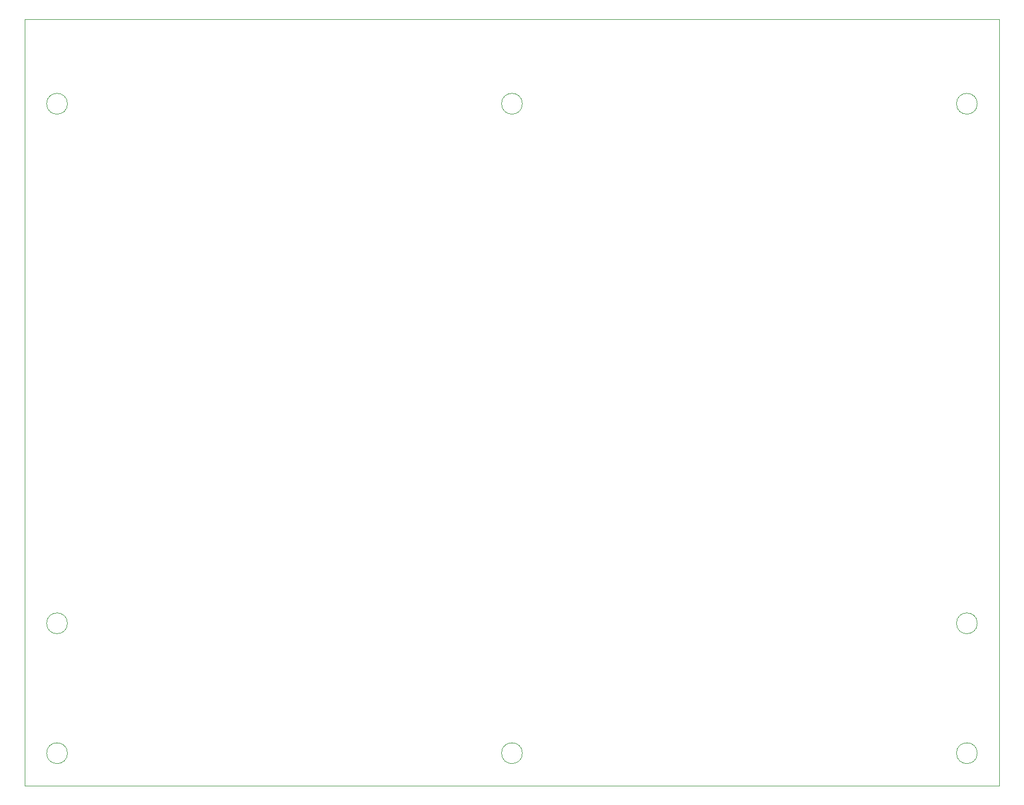
<source format=gm1>
G04 #@! TF.GenerationSoftware,KiCad,Pcbnew,8.0.2*
G04 #@! TF.CreationDate,2024-10-15T19:39:21+09:00*
G04 #@! TF.ProjectId,frontPanel,66726f6e-7450-4616-9e65-6c2e6b696361,rev?*
G04 #@! TF.SameCoordinates,Original*
G04 #@! TF.FileFunction,Profile,NP*
%FSLAX46Y46*%
G04 Gerber Fmt 4.6, Leading zero omitted, Abs format (unit mm)*
G04 Created by KiCad (PCBNEW 8.0.2) date 2024-10-15 19:39:21*
%MOMM*%
%LPD*%
G01*
G04 APERTURE LIST*
G04 #@! TA.AperFunction,Profile*
%ADD10C,0.100000*%
G04 #@! TD*
G04 #@! TA.AperFunction,Profile*
%ADD11C,0.050000*%
G04 #@! TD*
G04 APERTURE END LIST*
D10*
X166600000Y-113000000D02*
G75*
G02*
X163400000Y-113000000I-1600000J0D01*
G01*
X163400000Y-113000000D02*
G75*
G02*
X166600000Y-113000000I1600000J0D01*
G01*
X26600000Y-113000000D02*
G75*
G02*
X23400000Y-113000000I-1600000J0D01*
G01*
X23400000Y-113000000D02*
G75*
G02*
X26600000Y-113000000I1600000J0D01*
G01*
X26600000Y-133000000D02*
G75*
G02*
X23400000Y-133000000I-1600000J0D01*
G01*
X23400000Y-133000000D02*
G75*
G02*
X26600000Y-133000000I1600000J0D01*
G01*
X166600000Y-33000000D02*
G75*
G02*
X163400000Y-33000000I-1600000J0D01*
G01*
X163400000Y-33000000D02*
G75*
G02*
X166600000Y-33000000I1600000J0D01*
G01*
X166600000Y-133000000D02*
G75*
G02*
X163400000Y-133000000I-1600000J0D01*
G01*
X163400000Y-133000000D02*
G75*
G02*
X166600000Y-133000000I1600000J0D01*
G01*
X96600000Y-33000000D02*
G75*
G02*
X93400000Y-33000000I-1600000J0D01*
G01*
X93400000Y-33000000D02*
G75*
G02*
X96600000Y-33000000I1600000J0D01*
G01*
X96600000Y-133000000D02*
G75*
G02*
X93400000Y-133000000I-1600000J0D01*
G01*
X93400000Y-133000000D02*
G75*
G02*
X96600000Y-133000000I1600000J0D01*
G01*
X26600000Y-33000000D02*
G75*
G02*
X23400000Y-33000000I-1600000J0D01*
G01*
X23400000Y-33000000D02*
G75*
G02*
X26600000Y-33000000I1600000J0D01*
G01*
D11*
X20000000Y-20000000D02*
X170000000Y-20000000D01*
X170000000Y-138000000D01*
X20000000Y-138000000D01*
X20000000Y-20000000D01*
M02*

</source>
